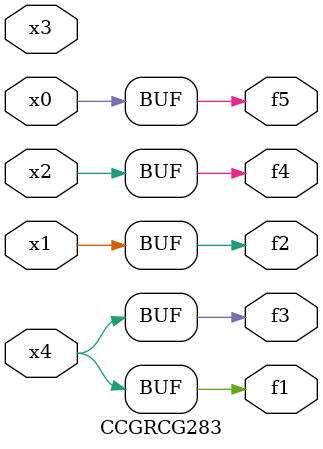
<source format=v>
module CCGRCG283(
	input x0, x1, x2, x3, x4,
	output f1, f2, f3, f4, f5
);
	assign f1 = x4;
	assign f2 = x1;
	assign f3 = x4;
	assign f4 = x2;
	assign f5 = x0;
endmodule

</source>
